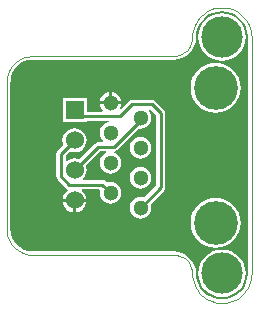
<source format=gtl>
G04*
G04 #@! TF.GenerationSoftware,Altium Limited,Altium Designer,18.1.7 (191)*
G04*
G04 Layer_Physical_Order=1*
G04 Layer_Color=255*
%FSLAX44Y44*%
%MOMM*%
G71*
G01*
G75*
%ADD15C,0.2540*%
%ADD16C,0.1000*%
%ADD17C,1.3000*%
%ADD18C,3.7000*%
%ADD19C,3.5000*%
%ADD20R,1.5240X1.5240*%
%ADD21C,1.5240*%
G36*
X185987Y254486D02*
X190126Y253231D01*
X193940Y251192D01*
X197283Y248449D01*
X200026Y245106D01*
X202064Y241292D01*
X203320Y237154D01*
X203627Y234033D01*
X203418Y232850D01*
X203418D01*
X203678Y232688D01*
Y34052D01*
X203678Y33012D01*
X203418Y32850D01*
X203418D01*
X203665Y32254D01*
X203622Y31614D01*
X203320Y28546D01*
X202064Y24408D01*
X200026Y20594D01*
X197283Y17251D01*
X193940Y14508D01*
X190126Y12469D01*
X185987Y11214D01*
X181684Y10790D01*
X177380Y11214D01*
X173242Y12469D01*
X169428Y14508D01*
X166085Y17251D01*
X163342Y20594D01*
X161303Y24408D01*
X160048Y28546D01*
X159747Y31602D01*
X159694Y32850D01*
X159694D01*
X159332Y36518D01*
X158262Y40045D01*
X156525Y43296D01*
X154186Y46146D01*
X151337Y48484D01*
X148086Y50222D01*
X144559Y51292D01*
X142115Y51532D01*
X142009Y51543D01*
X140891Y51909D01*
X140886Y51650D01*
X139664Y51622D01*
X21274D01*
X21198Y51607D01*
X17625Y51959D01*
X14117Y53023D01*
X10884Y54751D01*
X8051Y57077D01*
X5725Y59910D01*
X3997Y63144D01*
X2932Y66652D01*
X2581Y70224D01*
X2596Y70300D01*
Y194889D01*
X2763Y195711D01*
X2883Y196000D01*
X2924Y196320D01*
X2924Y196321D01*
X2849Y196502D01*
X2797Y197270D01*
X2932Y198648D01*
X3997Y202156D01*
X5725Y205389D01*
X8051Y208223D01*
X10884Y210549D01*
X14117Y212277D01*
X17625Y213341D01*
X18683Y213445D01*
X19953Y213391D01*
X20498Y213617D01*
X21214Y213678D01*
X140491D01*
Y213645D01*
X144237Y214014D01*
X147840Y215107D01*
X151160Y216882D01*
X154071Y219270D01*
X156459Y222180D01*
X158234Y225501D01*
X159327Y229103D01*
X159696Y232850D01*
X159696D01*
X159747Y234099D01*
X160048Y237154D01*
X161303Y241292D01*
X163342Y245106D01*
X166085Y248449D01*
X169428Y251192D01*
X173242Y253231D01*
X177380Y254486D01*
X181684Y254910D01*
X185987Y254486D01*
D02*
G37*
%LPC*%
G36*
X181684Y252987D02*
X177755Y252600D01*
X173978Y251454D01*
X170496Y249593D01*
X167445Y247089D01*
X164941Y244037D01*
X163080Y240556D01*
X161934Y236779D01*
X161547Y232850D01*
X161934Y228922D01*
X163080Y225144D01*
X164941Y221663D01*
X167445Y218611D01*
X170496Y216107D01*
X173978Y214246D01*
X177755Y213100D01*
X181684Y212713D01*
X185612Y213100D01*
X189390Y214246D01*
X192871Y216107D01*
X195923Y218611D01*
X198427Y221663D01*
X200288Y225144D01*
X201434Y228922D01*
X201821Y232850D01*
X201434Y236779D01*
X200288Y240556D01*
X198427Y244037D01*
X195923Y247089D01*
X192871Y249593D01*
X189390Y251454D01*
X185612Y252600D01*
X181684Y252987D01*
D02*
G37*
G36*
X88644Y186251D02*
Y178570D01*
X96325D01*
X96181Y179660D01*
X95270Y181859D01*
X93821Y183747D01*
X91933Y185196D01*
X89734Y186107D01*
X88644Y186251D01*
D02*
G37*
G36*
X86104D02*
X85014Y186107D01*
X82815Y185196D01*
X80927Y183747D01*
X79477Y181859D01*
X78566Y179660D01*
X78423Y178570D01*
X86104D01*
Y186251D01*
D02*
G37*
G36*
X176274Y211142D02*
X172149Y210736D01*
X168183Y209533D01*
X164528Y207579D01*
X161324Y204949D01*
X158695Y201746D01*
X156741Y198091D01*
X155538Y194125D01*
X155132Y190000D01*
X155538Y185875D01*
X156741Y181909D01*
X158695Y178254D01*
X161324Y175051D01*
X164528Y172421D01*
X168183Y170467D01*
X172149Y169264D01*
X176274Y168858D01*
X180398Y169264D01*
X184364Y170467D01*
X188020Y172421D01*
X191223Y175051D01*
X193853Y178254D01*
X195806Y181909D01*
X197009Y185875D01*
X197416Y190000D01*
X197009Y194125D01*
X195806Y198091D01*
X193853Y201746D01*
X191223Y204949D01*
X188020Y207579D01*
X184364Y209533D01*
X180398Y210736D01*
X176274Y211142D01*
D02*
G37*
G36*
X112774Y148318D02*
X110414Y148007D01*
X108215Y147096D01*
X106327Y145647D01*
X104877Y143759D01*
X103967Y141560D01*
X103656Y139200D01*
X103967Y136840D01*
X104877Y134641D01*
X106327Y132753D01*
X108215Y131304D01*
X110414Y130393D01*
X112774Y130082D01*
X115134Y130393D01*
X117333Y131304D01*
X119221Y132753D01*
X120670Y134641D01*
X121581Y136840D01*
X121892Y139200D01*
X121581Y141560D01*
X120670Y143759D01*
X119221Y145647D01*
X117333Y147096D01*
X115134Y148007D01*
X112774Y148318D01*
D02*
G37*
G36*
Y122918D02*
X110414Y122607D01*
X108215Y121696D01*
X106327Y120247D01*
X104877Y118359D01*
X103967Y116160D01*
X103656Y113800D01*
X103967Y111440D01*
X104877Y109241D01*
X106327Y107353D01*
X108215Y105904D01*
X110414Y104993D01*
X112774Y104682D01*
X115134Y104993D01*
X117333Y105904D01*
X119221Y107353D01*
X120670Y109241D01*
X121581Y111440D01*
X121892Y113800D01*
X121581Y116160D01*
X120670Y118359D01*
X119221Y120247D01*
X117333Y121696D01*
X115134Y122607D01*
X112774Y122918D01*
D02*
G37*
G36*
X67054Y181110D02*
X46734D01*
Y160790D01*
X67054D01*
Y162115D01*
X85979D01*
X86062Y160845D01*
X85014Y160707D01*
X82815Y159796D01*
X80927Y158347D01*
X79477Y156459D01*
X78566Y154260D01*
X78256Y151900D01*
X78566Y149540D01*
X79477Y147341D01*
X80927Y145453D01*
X81315Y145155D01*
X80884Y143885D01*
X76744D01*
X75257Y143589D01*
X73997Y142747D01*
X60785Y129535D01*
X59546Y130049D01*
X56894Y130398D01*
X54241Y130049D01*
X51770Y129025D01*
X50619Y128141D01*
X49349Y128767D01*
Y132511D01*
X53002Y136165D01*
X54241Y135652D01*
X56894Y135302D01*
X59546Y135652D01*
X62018Y136675D01*
X64140Y138304D01*
X65769Y140426D01*
X66792Y142898D01*
X67141Y145550D01*
X66792Y148202D01*
X65769Y150674D01*
X64140Y152796D01*
X62018Y154425D01*
X59546Y155449D01*
X56894Y155798D01*
X54241Y155449D01*
X51770Y154425D01*
X49648Y152796D01*
X48019Y150674D01*
X46995Y148202D01*
X46646Y145550D01*
X46995Y142898D01*
X47509Y141658D01*
X42717Y136867D01*
X41875Y135607D01*
X41579Y134120D01*
Y114859D01*
X41875Y113373D01*
X42717Y112113D01*
X49576Y105253D01*
X50768Y104457D01*
X50839Y104397D01*
X51052Y103073D01*
X49648Y101996D01*
X48019Y99874D01*
X46995Y97402D01*
X46813Y96020D01*
X56894D01*
X66974D01*
X66792Y97402D01*
X65769Y99874D01*
X64140Y101996D01*
X63033Y102845D01*
X63464Y104115D01*
X77590D01*
X78486Y102845D01*
X78256Y101100D01*
X78566Y98740D01*
X79477Y96541D01*
X80927Y94653D01*
X82815Y93204D01*
X85014Y92293D01*
X87374Y91982D01*
X89734Y92293D01*
X91933Y93204D01*
X93821Y94653D01*
X95270Y96541D01*
X96181Y98740D01*
X96492Y101100D01*
X96181Y103460D01*
X95270Y105659D01*
X93821Y107547D01*
X91933Y108996D01*
X89734Y109907D01*
X87374Y110218D01*
X85014Y109907D01*
X84340Y109628D01*
X83221Y110747D01*
X81960Y111589D01*
X80474Y111885D01*
X64722D01*
X64333Y113155D01*
X65769Y115026D01*
X66792Y117498D01*
X67141Y120150D01*
X66792Y122802D01*
X66279Y124042D01*
X78353Y136115D01*
X83646D01*
X83899Y134845D01*
X82815Y134396D01*
X80927Y132947D01*
X79477Y131059D01*
X78566Y128860D01*
X78256Y126500D01*
X78566Y124140D01*
X79477Y121941D01*
X80927Y120053D01*
X82815Y118604D01*
X85014Y117693D01*
X87374Y117382D01*
X89734Y117693D01*
X91933Y118604D01*
X93821Y120053D01*
X95270Y121941D01*
X96181Y124140D01*
X96492Y126500D01*
X96181Y128860D01*
X95270Y131059D01*
X93821Y132947D01*
X91933Y134396D01*
X90632Y134935D01*
X90762Y136256D01*
X91541Y136411D01*
X92801Y137253D01*
X111233Y155685D01*
X112774Y155482D01*
X115134Y155793D01*
X117333Y156704D01*
X119221Y158153D01*
X120670Y160041D01*
X121581Y162240D01*
X121892Y164600D01*
X121581Y166960D01*
X120670Y169159D01*
X119641Y170501D01*
X120087Y171806D01*
X120887Y171921D01*
X126115Y166693D01*
Y107235D01*
X115808Y96928D01*
X115134Y97207D01*
X112774Y97518D01*
X110414Y97207D01*
X108215Y96296D01*
X106327Y94847D01*
X104877Y92959D01*
X103967Y90760D01*
X103656Y88400D01*
X103967Y86040D01*
X104877Y83841D01*
X106327Y81953D01*
X108215Y80504D01*
X110414Y79593D01*
X112774Y79282D01*
X115134Y79593D01*
X117333Y80504D01*
X119221Y81953D01*
X120670Y83841D01*
X121581Y86040D01*
X121892Y88400D01*
X121581Y90760D01*
X121302Y91434D01*
X132747Y102879D01*
X133589Y104140D01*
X133885Y105626D01*
Y168302D01*
X133589Y169788D01*
X132747Y171049D01*
X125019Y178777D01*
X123758Y179619D01*
X122272Y179915D01*
X105773D01*
X104287Y179619D01*
X103026Y178777D01*
X96300Y172050D01*
X95270Y172741D01*
X96181Y174940D01*
X96325Y176030D01*
X87374D01*
X78423D01*
X78566Y174940D01*
X79477Y172741D01*
X80695Y171155D01*
X80256Y169885D01*
X67054D01*
Y181110D01*
D02*
G37*
G36*
X66974Y93480D02*
X58164D01*
Y84670D01*
X59546Y84852D01*
X62018Y85875D01*
X64140Y87504D01*
X65769Y89626D01*
X66792Y92098D01*
X66974Y93480D01*
D02*
G37*
G36*
X55624D02*
X46813D01*
X46995Y92098D01*
X48019Y89626D01*
X49648Y87504D01*
X51770Y85875D01*
X54241Y84852D01*
X55624Y84670D01*
Y93480D01*
D02*
G37*
G36*
X176274Y96842D02*
X172149Y96436D01*
X168183Y95232D01*
X164528Y93279D01*
X161324Y90649D01*
X158695Y87446D01*
X156741Y83791D01*
X155538Y79825D01*
X155132Y75700D01*
X155538Y71575D01*
X156741Y67609D01*
X158695Y63954D01*
X161324Y60750D01*
X164528Y58121D01*
X168183Y56167D01*
X172149Y54964D01*
X176274Y54558D01*
X180398Y54964D01*
X184364Y56167D01*
X188020Y58121D01*
X191223Y60750D01*
X193853Y63954D01*
X195806Y67609D01*
X197009Y71575D01*
X197416Y75700D01*
X197009Y79825D01*
X195806Y83791D01*
X193853Y87446D01*
X191223Y90649D01*
X188020Y93279D01*
X184364Y95232D01*
X180398Y96436D01*
X176274Y96842D01*
D02*
G37*
G36*
X181684Y52987D02*
X177755Y52600D01*
X173978Y51454D01*
X170496Y49593D01*
X167445Y47089D01*
X164941Y44037D01*
X163080Y40556D01*
X161934Y36779D01*
X161547Y32850D01*
X161934Y28921D01*
X163080Y25144D01*
X164941Y21662D01*
X167445Y18611D01*
X170496Y16107D01*
X173978Y14246D01*
X177755Y13100D01*
X181684Y12713D01*
X185612Y13100D01*
X189390Y14246D01*
X192871Y16107D01*
X195923Y18611D01*
X198427Y21662D01*
X200288Y25144D01*
X201434Y28921D01*
X201821Y32850D01*
X201434Y36779D01*
X200288Y40556D01*
X198427Y44037D01*
X195923Y47089D01*
X192871Y49593D01*
X189390Y51454D01*
X185612Y52600D01*
X181684Y52987D01*
D02*
G37*
%LPD*%
D15*
X52323Y108000D02*
X80474D01*
X45464Y114859D02*
X52323Y108000D01*
X45464Y114859D02*
Y134120D01*
X80474Y108000D02*
X87374Y101100D01*
X90054Y140000D02*
X112774Y162719D01*
X76744Y140000D02*
X90054D01*
X56894Y120150D02*
X76744Y140000D01*
X45464Y134120D02*
X56894Y145550D01*
X122272Y176030D02*
X130000Y168302D01*
Y105626D02*
Y168302D01*
X112774Y88400D02*
X130000Y105626D01*
X105773Y176030D02*
X122272D01*
X95743Y166000D02*
X105773Y176030D01*
X61844Y166000D02*
X95743D01*
X56894Y170950D02*
X61844Y166000D01*
X56894Y94750D02*
X70864D01*
X77214Y88400D01*
X112774Y162719D02*
Y164600D01*
X56894Y170950D02*
X60944Y175000D01*
D16*
X-504Y70300D02*
X-345Y67675D01*
X129Y65088D01*
X911Y62578D01*
X1991Y60179D01*
X3351Y57929D01*
X4973Y55859D01*
X6833Y53999D01*
X8903Y52377D01*
X11153Y51017D01*
X13551Y49938D01*
X16062Y49155D01*
X18649Y48681D01*
X21274Y48522D01*
X140886D02*
X140891Y48522D01*
X156563Y32850D02*
X156370Y35302D01*
X155796Y37693D01*
X154855Y39965D01*
X153570Y42062D01*
X151973Y43932D01*
X150103Y45529D01*
X148006Y46814D01*
X145734Y47755D01*
X143343Y48329D01*
X140891Y48522D01*
X156563Y32850D02*
X156692Y30309D01*
X157077Y27793D01*
X157715Y25330D01*
X158599Y22943D01*
X159720Y20659D01*
X161066Y18499D01*
X162623Y16487D01*
X164377Y14643D01*
X166307Y12985D01*
X168396Y11531D01*
X170621Y10296D01*
X172959Y9293D01*
X175387Y8531D01*
X177880Y8019D01*
X180412Y7762D01*
X182956D01*
X185488Y8019D01*
X187980Y8531D01*
X190408Y9293D01*
X192747Y10297D01*
X194972Y11531D01*
X197060Y12985D01*
X198991Y14643D01*
X200744Y16487D01*
X202302Y18499D01*
X203648Y20659D01*
X204769Y22944D01*
X205653Y25330D01*
X206290Y27793D01*
X206676Y30309D01*
X206805Y32850D01*
X206778Y33012D01*
Y232688D02*
X206805Y232850D01*
X206676Y235391D01*
X206290Y237907D01*
X205653Y240370D01*
X204769Y242757D01*
X203648Y245041D01*
X202302Y247201D01*
X200744Y249213D01*
X198991Y251057D01*
X197060Y252715D01*
X194972Y254168D01*
X192747Y255403D01*
X190408Y256407D01*
X187980Y257169D01*
X185488Y257681D01*
X182956Y257938D01*
X180411D01*
X177880Y257681D01*
X175387Y257169D01*
X172959Y256407D01*
X170621Y255403D01*
X168396Y254168D01*
X166307Y252715D01*
X164377Y251057D01*
X162623Y249213D01*
X161066Y247201D01*
X159720Y245041D01*
X158599Y242757D01*
X157715Y240370D01*
X157077Y237907D01*
X156692Y235391D01*
X156563Y232850D01*
X140491Y216778D02*
X143005Y216975D01*
X145457Y217564D01*
X147788Y218529D01*
X149938Y219847D01*
X151856Y221485D01*
X153494Y223403D01*
X154811Y225553D01*
X155777Y227883D01*
X156365Y230336D01*
X156563Y232850D01*
X19953Y216778D02*
X19724Y216722D01*
X17139Y216381D01*
X14614Y215734D01*
X12184Y214790D01*
X9884Y213562D01*
X7747Y212068D01*
X5805Y210329D01*
X4084Y208370D01*
X2609Y206220D01*
X1402Y203909D01*
X480Y201471D01*
X-144Y198940D01*
X-462Y196352D01*
X-462Y196352D02*
X-453Y196221D01*
X-453Y196221D02*
X-504Y196000D01*
X21274Y48522D02*
X140886D01*
X156563Y32850D02*
Y32850D01*
X206778Y33012D02*
Y232688D01*
X19953Y216778D02*
X140491D01*
X-462Y196352D02*
X-462Y196352D01*
X-453Y196221D02*
X-453Y196221D01*
X-504Y70300D02*
Y196000D01*
D17*
X112774Y88400D02*
D03*
Y113800D02*
D03*
X87374Y101100D02*
D03*
X112774Y139200D02*
D03*
X87374Y126500D02*
D03*
Y151900D02*
D03*
X112774Y164600D02*
D03*
X87374Y177300D02*
D03*
D18*
X176274Y190000D02*
D03*
Y75700D02*
D03*
D19*
X181684Y32850D02*
D03*
Y232850D02*
D03*
D20*
X56894Y170950D02*
D03*
D21*
Y145550D02*
D03*
Y120150D02*
D03*
Y94750D02*
D03*
M02*

</source>
